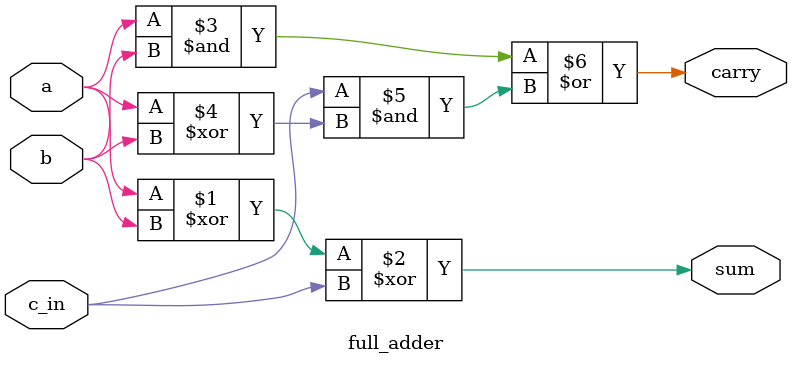
<source format=v>

module full_adder (
    input a, b, c_in,
    output sum, carry
);
    assign sum = a ^ b ^ c_in;   
    assign carry = (a & b) | (c_in & (a ^ b));  
endmodule
</source>
